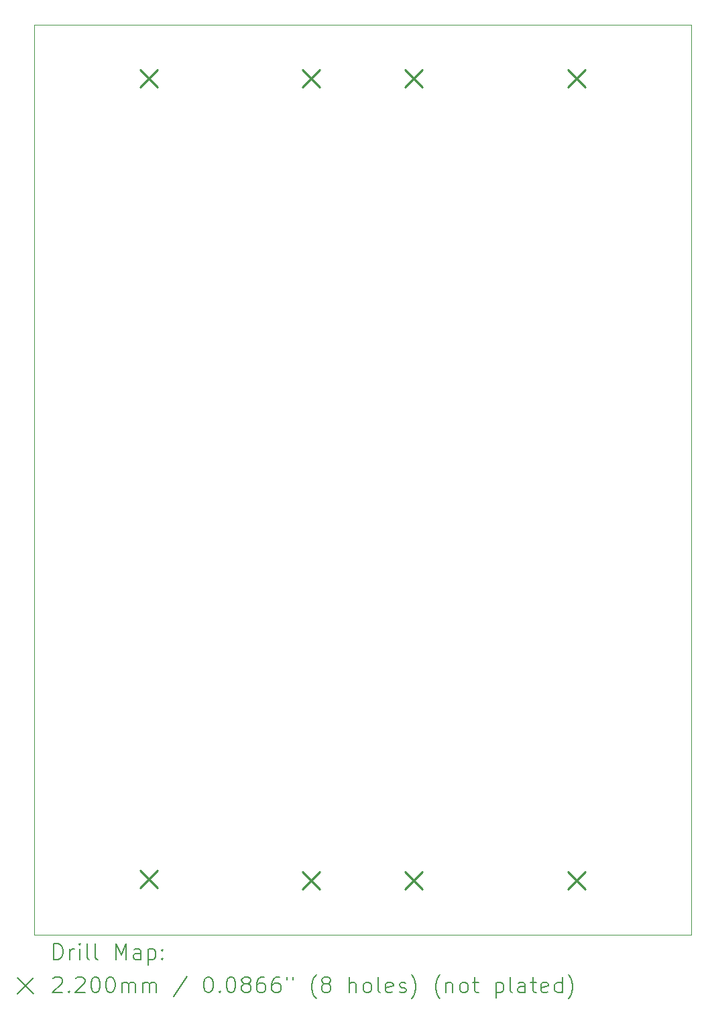
<source format=gbr>
%TF.GenerationSoftware,KiCad,Pcbnew,(6.0.10)*%
%TF.CreationDate,2023-07-30T21:36:47+01:00*%
%TF.ProjectId,magnetonetouchpad,6d61676e-6574-46f6-9e65-746f75636870,rev?*%
%TF.SameCoordinates,Original*%
%TF.FileFunction,Drillmap*%
%TF.FilePolarity,Positive*%
%FSLAX45Y45*%
G04 Gerber Fmt 4.5, Leading zero omitted, Abs format (unit mm)*
G04 Created by KiCad (PCBNEW (6.0.10)) date 2023-07-30 21:36:47*
%MOMM*%
%LPD*%
G01*
G04 APERTURE LIST*
%ADD10C,0.100000*%
%ADD11C,0.200000*%
%ADD12C,0.220000*%
G04 APERTURE END LIST*
D10*
X9585299Y-4046312D02*
X17884475Y-4046312D01*
X17884475Y-4046312D02*
X17884475Y-15534681D01*
X17884475Y-15534681D02*
X9585299Y-15534681D01*
X9585299Y-15534681D02*
X9585299Y-4046312D01*
D11*
D12*
X10925299Y-4613650D02*
X11145299Y-4833650D01*
X11145299Y-4613650D02*
X10925299Y-4833650D01*
X10925299Y-14725931D02*
X11145299Y-14945931D01*
X11145299Y-14725931D02*
X10925299Y-14945931D01*
X12975298Y-4613650D02*
X13195298Y-4833650D01*
X13195298Y-4613650D02*
X12975298Y-4833650D01*
X12975298Y-14740212D02*
X13195298Y-14960212D01*
X13195298Y-14740212D02*
X12975298Y-14960212D01*
X14275298Y-4613650D02*
X14495298Y-4833650D01*
X14495298Y-4613650D02*
X14275298Y-4833650D01*
X14275298Y-14740212D02*
X14495298Y-14960212D01*
X14495298Y-14740212D02*
X14275298Y-14960212D01*
X16325298Y-4613650D02*
X16545298Y-4833650D01*
X16545298Y-4613650D02*
X16325298Y-4833650D01*
X16325298Y-14740212D02*
X16545298Y-14960212D01*
X16545298Y-14740212D02*
X16325298Y-14960212D01*
D11*
X9837918Y-15850157D02*
X9837918Y-15650157D01*
X9885537Y-15650157D01*
X9914108Y-15659681D01*
X9933156Y-15678728D01*
X9942679Y-15697776D01*
X9952203Y-15735871D01*
X9952203Y-15764443D01*
X9942679Y-15802538D01*
X9933156Y-15821585D01*
X9914108Y-15840633D01*
X9885537Y-15850157D01*
X9837918Y-15850157D01*
X10037918Y-15850157D02*
X10037918Y-15716824D01*
X10037918Y-15754919D02*
X10047441Y-15735871D01*
X10056965Y-15726347D01*
X10076013Y-15716824D01*
X10095060Y-15716824D01*
X10161727Y-15850157D02*
X10161727Y-15716824D01*
X10161727Y-15650157D02*
X10152203Y-15659681D01*
X10161727Y-15669205D01*
X10171251Y-15659681D01*
X10161727Y-15650157D01*
X10161727Y-15669205D01*
X10285537Y-15850157D02*
X10266489Y-15840633D01*
X10256965Y-15821585D01*
X10256965Y-15650157D01*
X10390299Y-15850157D02*
X10371251Y-15840633D01*
X10361727Y-15821585D01*
X10361727Y-15650157D01*
X10618870Y-15850157D02*
X10618870Y-15650157D01*
X10685537Y-15793014D01*
X10752203Y-15650157D01*
X10752203Y-15850157D01*
X10933156Y-15850157D02*
X10933156Y-15745395D01*
X10923632Y-15726347D01*
X10904584Y-15716824D01*
X10866489Y-15716824D01*
X10847441Y-15726347D01*
X10933156Y-15840633D02*
X10914108Y-15850157D01*
X10866489Y-15850157D01*
X10847441Y-15840633D01*
X10837918Y-15821585D01*
X10837918Y-15802538D01*
X10847441Y-15783490D01*
X10866489Y-15773966D01*
X10914108Y-15773966D01*
X10933156Y-15764443D01*
X11028394Y-15716824D02*
X11028394Y-15916824D01*
X11028394Y-15726347D02*
X11047441Y-15716824D01*
X11085537Y-15716824D01*
X11104584Y-15726347D01*
X11114108Y-15735871D01*
X11123632Y-15754919D01*
X11123632Y-15812062D01*
X11114108Y-15831109D01*
X11104584Y-15840633D01*
X11085537Y-15850157D01*
X11047441Y-15850157D01*
X11028394Y-15840633D01*
X11209346Y-15831109D02*
X11218870Y-15840633D01*
X11209346Y-15850157D01*
X11199822Y-15840633D01*
X11209346Y-15831109D01*
X11209346Y-15850157D01*
X11209346Y-15726347D02*
X11218870Y-15735871D01*
X11209346Y-15745395D01*
X11199822Y-15735871D01*
X11209346Y-15726347D01*
X11209346Y-15745395D01*
X9380299Y-16079681D02*
X9580299Y-16279681D01*
X9580299Y-16079681D02*
X9380299Y-16279681D01*
X9828394Y-16089205D02*
X9837918Y-16079681D01*
X9856965Y-16070157D01*
X9904584Y-16070157D01*
X9923632Y-16079681D01*
X9933156Y-16089205D01*
X9942679Y-16108252D01*
X9942679Y-16127300D01*
X9933156Y-16155871D01*
X9818870Y-16270157D01*
X9942679Y-16270157D01*
X10028394Y-16251109D02*
X10037918Y-16260633D01*
X10028394Y-16270157D01*
X10018870Y-16260633D01*
X10028394Y-16251109D01*
X10028394Y-16270157D01*
X10114108Y-16089205D02*
X10123632Y-16079681D01*
X10142679Y-16070157D01*
X10190299Y-16070157D01*
X10209346Y-16079681D01*
X10218870Y-16089205D01*
X10228394Y-16108252D01*
X10228394Y-16127300D01*
X10218870Y-16155871D01*
X10104584Y-16270157D01*
X10228394Y-16270157D01*
X10352203Y-16070157D02*
X10371251Y-16070157D01*
X10390299Y-16079681D01*
X10399822Y-16089205D01*
X10409346Y-16108252D01*
X10418870Y-16146347D01*
X10418870Y-16193966D01*
X10409346Y-16232062D01*
X10399822Y-16251109D01*
X10390299Y-16260633D01*
X10371251Y-16270157D01*
X10352203Y-16270157D01*
X10333156Y-16260633D01*
X10323632Y-16251109D01*
X10314108Y-16232062D01*
X10304584Y-16193966D01*
X10304584Y-16146347D01*
X10314108Y-16108252D01*
X10323632Y-16089205D01*
X10333156Y-16079681D01*
X10352203Y-16070157D01*
X10542679Y-16070157D02*
X10561727Y-16070157D01*
X10580775Y-16079681D01*
X10590299Y-16089205D01*
X10599822Y-16108252D01*
X10609346Y-16146347D01*
X10609346Y-16193966D01*
X10599822Y-16232062D01*
X10590299Y-16251109D01*
X10580775Y-16260633D01*
X10561727Y-16270157D01*
X10542679Y-16270157D01*
X10523632Y-16260633D01*
X10514108Y-16251109D01*
X10504584Y-16232062D01*
X10495060Y-16193966D01*
X10495060Y-16146347D01*
X10504584Y-16108252D01*
X10514108Y-16089205D01*
X10523632Y-16079681D01*
X10542679Y-16070157D01*
X10695060Y-16270157D02*
X10695060Y-16136824D01*
X10695060Y-16155871D02*
X10704584Y-16146347D01*
X10723632Y-16136824D01*
X10752203Y-16136824D01*
X10771251Y-16146347D01*
X10780775Y-16165395D01*
X10780775Y-16270157D01*
X10780775Y-16165395D02*
X10790299Y-16146347D01*
X10809346Y-16136824D01*
X10837918Y-16136824D01*
X10856965Y-16146347D01*
X10866489Y-16165395D01*
X10866489Y-16270157D01*
X10961727Y-16270157D02*
X10961727Y-16136824D01*
X10961727Y-16155871D02*
X10971251Y-16146347D01*
X10990299Y-16136824D01*
X11018870Y-16136824D01*
X11037918Y-16146347D01*
X11047441Y-16165395D01*
X11047441Y-16270157D01*
X11047441Y-16165395D02*
X11056965Y-16146347D01*
X11076013Y-16136824D01*
X11104584Y-16136824D01*
X11123632Y-16146347D01*
X11133156Y-16165395D01*
X11133156Y-16270157D01*
X11523632Y-16060633D02*
X11352203Y-16317776D01*
X11780775Y-16070157D02*
X11799822Y-16070157D01*
X11818870Y-16079681D01*
X11828394Y-16089205D01*
X11837917Y-16108252D01*
X11847441Y-16146347D01*
X11847441Y-16193966D01*
X11837917Y-16232062D01*
X11828394Y-16251109D01*
X11818870Y-16260633D01*
X11799822Y-16270157D01*
X11780775Y-16270157D01*
X11761727Y-16260633D01*
X11752203Y-16251109D01*
X11742679Y-16232062D01*
X11733156Y-16193966D01*
X11733156Y-16146347D01*
X11742679Y-16108252D01*
X11752203Y-16089205D01*
X11761727Y-16079681D01*
X11780775Y-16070157D01*
X11933156Y-16251109D02*
X11942679Y-16260633D01*
X11933156Y-16270157D01*
X11923632Y-16260633D01*
X11933156Y-16251109D01*
X11933156Y-16270157D01*
X12066489Y-16070157D02*
X12085536Y-16070157D01*
X12104584Y-16079681D01*
X12114108Y-16089205D01*
X12123632Y-16108252D01*
X12133156Y-16146347D01*
X12133156Y-16193966D01*
X12123632Y-16232062D01*
X12114108Y-16251109D01*
X12104584Y-16260633D01*
X12085536Y-16270157D01*
X12066489Y-16270157D01*
X12047441Y-16260633D01*
X12037917Y-16251109D01*
X12028394Y-16232062D01*
X12018870Y-16193966D01*
X12018870Y-16146347D01*
X12028394Y-16108252D01*
X12037917Y-16089205D01*
X12047441Y-16079681D01*
X12066489Y-16070157D01*
X12247441Y-16155871D02*
X12228394Y-16146347D01*
X12218870Y-16136824D01*
X12209346Y-16117776D01*
X12209346Y-16108252D01*
X12218870Y-16089205D01*
X12228394Y-16079681D01*
X12247441Y-16070157D01*
X12285536Y-16070157D01*
X12304584Y-16079681D01*
X12314108Y-16089205D01*
X12323632Y-16108252D01*
X12323632Y-16117776D01*
X12314108Y-16136824D01*
X12304584Y-16146347D01*
X12285536Y-16155871D01*
X12247441Y-16155871D01*
X12228394Y-16165395D01*
X12218870Y-16174919D01*
X12209346Y-16193966D01*
X12209346Y-16232062D01*
X12218870Y-16251109D01*
X12228394Y-16260633D01*
X12247441Y-16270157D01*
X12285536Y-16270157D01*
X12304584Y-16260633D01*
X12314108Y-16251109D01*
X12323632Y-16232062D01*
X12323632Y-16193966D01*
X12314108Y-16174919D01*
X12304584Y-16165395D01*
X12285536Y-16155871D01*
X12495060Y-16070157D02*
X12456965Y-16070157D01*
X12437917Y-16079681D01*
X12428394Y-16089205D01*
X12409346Y-16117776D01*
X12399822Y-16155871D01*
X12399822Y-16232062D01*
X12409346Y-16251109D01*
X12418870Y-16260633D01*
X12437917Y-16270157D01*
X12476013Y-16270157D01*
X12495060Y-16260633D01*
X12504584Y-16251109D01*
X12514108Y-16232062D01*
X12514108Y-16184443D01*
X12504584Y-16165395D01*
X12495060Y-16155871D01*
X12476013Y-16146347D01*
X12437917Y-16146347D01*
X12418870Y-16155871D01*
X12409346Y-16165395D01*
X12399822Y-16184443D01*
X12685536Y-16070157D02*
X12647441Y-16070157D01*
X12628394Y-16079681D01*
X12618870Y-16089205D01*
X12599822Y-16117776D01*
X12590298Y-16155871D01*
X12590298Y-16232062D01*
X12599822Y-16251109D01*
X12609346Y-16260633D01*
X12628394Y-16270157D01*
X12666489Y-16270157D01*
X12685536Y-16260633D01*
X12695060Y-16251109D01*
X12704584Y-16232062D01*
X12704584Y-16184443D01*
X12695060Y-16165395D01*
X12685536Y-16155871D01*
X12666489Y-16146347D01*
X12628394Y-16146347D01*
X12609346Y-16155871D01*
X12599822Y-16165395D01*
X12590298Y-16184443D01*
X12780775Y-16070157D02*
X12780775Y-16108252D01*
X12856965Y-16070157D02*
X12856965Y-16108252D01*
X13152203Y-16346347D02*
X13142679Y-16336824D01*
X13123632Y-16308252D01*
X13114108Y-16289205D01*
X13104584Y-16260633D01*
X13095060Y-16213014D01*
X13095060Y-16174919D01*
X13104584Y-16127300D01*
X13114108Y-16098728D01*
X13123632Y-16079681D01*
X13142679Y-16051109D01*
X13152203Y-16041585D01*
X13256965Y-16155871D02*
X13237917Y-16146347D01*
X13228394Y-16136824D01*
X13218870Y-16117776D01*
X13218870Y-16108252D01*
X13228394Y-16089205D01*
X13237917Y-16079681D01*
X13256965Y-16070157D01*
X13295060Y-16070157D01*
X13314108Y-16079681D01*
X13323632Y-16089205D01*
X13333156Y-16108252D01*
X13333156Y-16117776D01*
X13323632Y-16136824D01*
X13314108Y-16146347D01*
X13295060Y-16155871D01*
X13256965Y-16155871D01*
X13237917Y-16165395D01*
X13228394Y-16174919D01*
X13218870Y-16193966D01*
X13218870Y-16232062D01*
X13228394Y-16251109D01*
X13237917Y-16260633D01*
X13256965Y-16270157D01*
X13295060Y-16270157D01*
X13314108Y-16260633D01*
X13323632Y-16251109D01*
X13333156Y-16232062D01*
X13333156Y-16193966D01*
X13323632Y-16174919D01*
X13314108Y-16165395D01*
X13295060Y-16155871D01*
X13571251Y-16270157D02*
X13571251Y-16070157D01*
X13656965Y-16270157D02*
X13656965Y-16165395D01*
X13647441Y-16146347D01*
X13628394Y-16136824D01*
X13599822Y-16136824D01*
X13580775Y-16146347D01*
X13571251Y-16155871D01*
X13780775Y-16270157D02*
X13761727Y-16260633D01*
X13752203Y-16251109D01*
X13742679Y-16232062D01*
X13742679Y-16174919D01*
X13752203Y-16155871D01*
X13761727Y-16146347D01*
X13780775Y-16136824D01*
X13809346Y-16136824D01*
X13828394Y-16146347D01*
X13837917Y-16155871D01*
X13847441Y-16174919D01*
X13847441Y-16232062D01*
X13837917Y-16251109D01*
X13828394Y-16260633D01*
X13809346Y-16270157D01*
X13780775Y-16270157D01*
X13961727Y-16270157D02*
X13942679Y-16260633D01*
X13933156Y-16241585D01*
X13933156Y-16070157D01*
X14114108Y-16260633D02*
X14095060Y-16270157D01*
X14056965Y-16270157D01*
X14037917Y-16260633D01*
X14028394Y-16241585D01*
X14028394Y-16165395D01*
X14037917Y-16146347D01*
X14056965Y-16136824D01*
X14095060Y-16136824D01*
X14114108Y-16146347D01*
X14123632Y-16165395D01*
X14123632Y-16184443D01*
X14028394Y-16203490D01*
X14199822Y-16260633D02*
X14218870Y-16270157D01*
X14256965Y-16270157D01*
X14276013Y-16260633D01*
X14285536Y-16241585D01*
X14285536Y-16232062D01*
X14276013Y-16213014D01*
X14256965Y-16203490D01*
X14228394Y-16203490D01*
X14209346Y-16193966D01*
X14199822Y-16174919D01*
X14199822Y-16165395D01*
X14209346Y-16146347D01*
X14228394Y-16136824D01*
X14256965Y-16136824D01*
X14276013Y-16146347D01*
X14352203Y-16346347D02*
X14361727Y-16336824D01*
X14380775Y-16308252D01*
X14390298Y-16289205D01*
X14399822Y-16260633D01*
X14409346Y-16213014D01*
X14409346Y-16174919D01*
X14399822Y-16127300D01*
X14390298Y-16098728D01*
X14380775Y-16079681D01*
X14361727Y-16051109D01*
X14352203Y-16041585D01*
X14714108Y-16346347D02*
X14704584Y-16336824D01*
X14685536Y-16308252D01*
X14676013Y-16289205D01*
X14666489Y-16260633D01*
X14656965Y-16213014D01*
X14656965Y-16174919D01*
X14666489Y-16127300D01*
X14676013Y-16098728D01*
X14685536Y-16079681D01*
X14704584Y-16051109D01*
X14714108Y-16041585D01*
X14790298Y-16136824D02*
X14790298Y-16270157D01*
X14790298Y-16155871D02*
X14799822Y-16146347D01*
X14818870Y-16136824D01*
X14847441Y-16136824D01*
X14866489Y-16146347D01*
X14876013Y-16165395D01*
X14876013Y-16270157D01*
X14999822Y-16270157D02*
X14980775Y-16260633D01*
X14971251Y-16251109D01*
X14961727Y-16232062D01*
X14961727Y-16174919D01*
X14971251Y-16155871D01*
X14980775Y-16146347D01*
X14999822Y-16136824D01*
X15028394Y-16136824D01*
X15047441Y-16146347D01*
X15056965Y-16155871D01*
X15066489Y-16174919D01*
X15066489Y-16232062D01*
X15056965Y-16251109D01*
X15047441Y-16260633D01*
X15028394Y-16270157D01*
X14999822Y-16270157D01*
X15123632Y-16136824D02*
X15199822Y-16136824D01*
X15152203Y-16070157D02*
X15152203Y-16241585D01*
X15161727Y-16260633D01*
X15180775Y-16270157D01*
X15199822Y-16270157D01*
X15418870Y-16136824D02*
X15418870Y-16336824D01*
X15418870Y-16146347D02*
X15437917Y-16136824D01*
X15476013Y-16136824D01*
X15495060Y-16146347D01*
X15504584Y-16155871D01*
X15514108Y-16174919D01*
X15514108Y-16232062D01*
X15504584Y-16251109D01*
X15495060Y-16260633D01*
X15476013Y-16270157D01*
X15437917Y-16270157D01*
X15418870Y-16260633D01*
X15628394Y-16270157D02*
X15609346Y-16260633D01*
X15599822Y-16241585D01*
X15599822Y-16070157D01*
X15790298Y-16270157D02*
X15790298Y-16165395D01*
X15780775Y-16146347D01*
X15761727Y-16136824D01*
X15723632Y-16136824D01*
X15704584Y-16146347D01*
X15790298Y-16260633D02*
X15771251Y-16270157D01*
X15723632Y-16270157D01*
X15704584Y-16260633D01*
X15695060Y-16241585D01*
X15695060Y-16222538D01*
X15704584Y-16203490D01*
X15723632Y-16193966D01*
X15771251Y-16193966D01*
X15790298Y-16184443D01*
X15856965Y-16136824D02*
X15933156Y-16136824D01*
X15885536Y-16070157D02*
X15885536Y-16241585D01*
X15895060Y-16260633D01*
X15914108Y-16270157D01*
X15933156Y-16270157D01*
X16076013Y-16260633D02*
X16056965Y-16270157D01*
X16018870Y-16270157D01*
X15999822Y-16260633D01*
X15990298Y-16241585D01*
X15990298Y-16165395D01*
X15999822Y-16146347D01*
X16018870Y-16136824D01*
X16056965Y-16136824D01*
X16076013Y-16146347D01*
X16085536Y-16165395D01*
X16085536Y-16184443D01*
X15990298Y-16203490D01*
X16256965Y-16270157D02*
X16256965Y-16070157D01*
X16256965Y-16260633D02*
X16237917Y-16270157D01*
X16199822Y-16270157D01*
X16180775Y-16260633D01*
X16171251Y-16251109D01*
X16161727Y-16232062D01*
X16161727Y-16174919D01*
X16171251Y-16155871D01*
X16180775Y-16146347D01*
X16199822Y-16136824D01*
X16237917Y-16136824D01*
X16256965Y-16146347D01*
X16333156Y-16346347D02*
X16342679Y-16336824D01*
X16361727Y-16308252D01*
X16371251Y-16289205D01*
X16380775Y-16260633D01*
X16390298Y-16213014D01*
X16390298Y-16174919D01*
X16380775Y-16127300D01*
X16371251Y-16098728D01*
X16361727Y-16079681D01*
X16342679Y-16051109D01*
X16333156Y-16041585D01*
M02*

</source>
